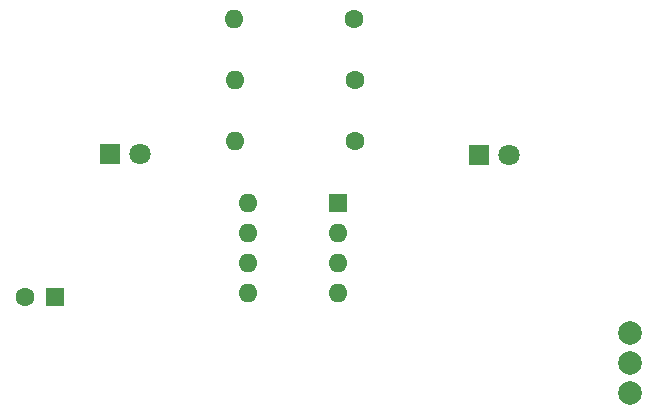
<source format=gbr>
%TF.GenerationSoftware,KiCad,Pcbnew,7.0.8*%
%TF.CreationDate,2024-05-08T14:15:31+02:00*%
%TF.ProjectId,PaperBot,50617065-7242-46f7-942e-6b696361645f,rev?*%
%TF.SameCoordinates,Original*%
%TF.FileFunction,Soldermask,Top*%
%TF.FilePolarity,Negative*%
%FSLAX46Y46*%
G04 Gerber Fmt 4.6, Leading zero omitted, Abs format (unit mm)*
G04 Created by KiCad (PCBNEW 7.0.8) date 2024-05-08 14:15:31*
%MOMM*%
%LPD*%
G01*
G04 APERTURE LIST*
%ADD10R,1.800000X1.800000*%
%ADD11C,1.800000*%
%ADD12R,1.600000X1.600000*%
%ADD13C,1.600000*%
%ADD14O,1.600000X1.600000*%
%ADD15C,2.000000*%
G04 APERTURE END LIST*
D10*
%TO.C,D2*%
X142880000Y-59870000D03*
D11*
X145420000Y-59870000D03*
%TD*%
D10*
%TO.C,D1*%
X111680000Y-59830000D03*
D11*
X114220000Y-59830000D03*
%TD*%
D12*
%TO.C,C1*%
X106990000Y-71920000D03*
D13*
X104490000Y-71920000D03*
%TD*%
D12*
%TO.C,NE555*%
X130940000Y-63940000D03*
D14*
X130940000Y-66480000D03*
X130940000Y-69020000D03*
X130940000Y-71560000D03*
X123320000Y-71560000D03*
X123320000Y-69020000D03*
X123320000Y-66480000D03*
X123320000Y-63940000D03*
%TD*%
D15*
%TO.C,S1*%
X155740000Y-80060000D03*
X155740000Y-77520000D03*
X155740000Y-74980000D03*
%TD*%
D13*
%TO.C,R1*%
X132320000Y-48380000D03*
D14*
X122160000Y-48380000D03*
%TD*%
D13*
%TO.C,R2*%
X132430000Y-53550000D03*
D14*
X122270000Y-53550000D03*
%TD*%
D13*
%TO.C,R3*%
X132380000Y-58720000D03*
D14*
X122220000Y-58720000D03*
%TD*%
M02*

</source>
